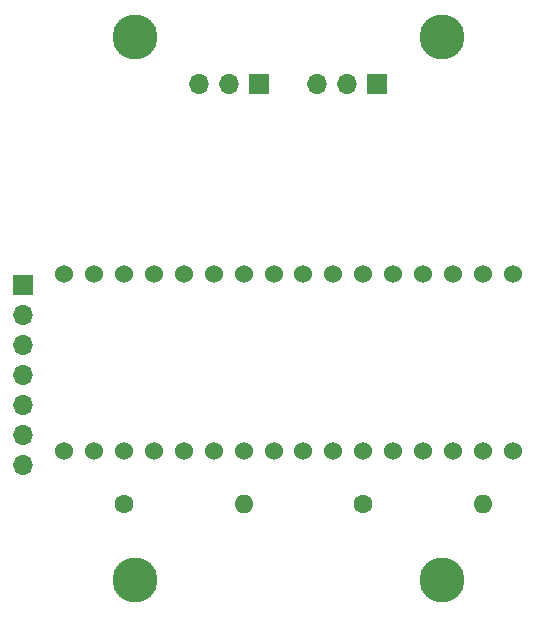
<source format=gts>
G04 #@! TF.GenerationSoftware,KiCad,Pcbnew,8.0.2*
G04 #@! TF.CreationDate,2024-08-16T15:41:43+09:00*
G04 #@! TF.ProjectId,compatible_chan-v0-led,636f6d70-6174-4696-926c-655f6368616e,rev?*
G04 #@! TF.SameCoordinates,Original*
G04 #@! TF.FileFunction,Soldermask,Top*
G04 #@! TF.FilePolarity,Negative*
%FSLAX46Y46*%
G04 Gerber Fmt 4.6, Leading zero omitted, Abs format (unit mm)*
G04 Created by KiCad (PCBNEW 8.0.2) date 2024-08-16 15:41:43*
%MOMM*%
%LPD*%
G01*
G04 APERTURE LIST*
%ADD10C,3.800000*%
%ADD11C,1.524000*%
%ADD12C,1.600000*%
%ADD13O,1.600000X1.600000*%
%ADD14R,1.700000X1.700000*%
%ADD15O,1.700000X1.700000*%
G04 APERTURE END LIST*
D10*
X82000000Y-93500000D03*
D11*
X113990000Y-67600000D03*
X111450000Y-67600000D03*
X108910000Y-67600000D03*
X106370000Y-67600000D03*
X103830000Y-67600000D03*
X101290000Y-67600000D03*
X98750000Y-67600000D03*
X96210000Y-67600000D03*
X96210000Y-82600000D03*
X98750000Y-82600000D03*
X101290000Y-82600000D03*
X103830000Y-82600000D03*
X106370000Y-82600000D03*
X108910000Y-82600000D03*
X111450000Y-82600000D03*
X113990000Y-82600000D03*
D10*
X82000000Y-47500000D03*
X108000000Y-47500000D03*
D12*
X101300000Y-87100000D03*
D13*
X111460000Y-87100000D03*
D10*
X108000000Y-93500000D03*
D11*
X93790000Y-67600000D03*
X91250000Y-67600000D03*
X88710000Y-67600000D03*
X86170000Y-67600000D03*
X83630000Y-67600000D03*
X81090000Y-67600000D03*
X78550000Y-67600000D03*
X76010000Y-67600000D03*
X76010000Y-82600000D03*
X78550000Y-82600000D03*
X81090000Y-82600000D03*
X83630000Y-82600000D03*
X86170000Y-82600000D03*
X88710000Y-82600000D03*
X91250000Y-82600000D03*
X93790000Y-82600000D03*
D12*
X81100000Y-87100000D03*
D13*
X91260000Y-87100000D03*
D14*
X102500000Y-51500000D03*
D15*
X99960000Y-51500000D03*
X97420000Y-51500000D03*
D14*
X92525000Y-51500000D03*
D15*
X89985000Y-51500000D03*
X87445000Y-51500000D03*
D14*
X72500000Y-68500000D03*
D15*
X72500000Y-71040000D03*
X72500000Y-73580000D03*
X72500000Y-76120000D03*
X72500000Y-78660000D03*
X72500000Y-81200000D03*
X72500000Y-83740000D03*
M02*

</source>
